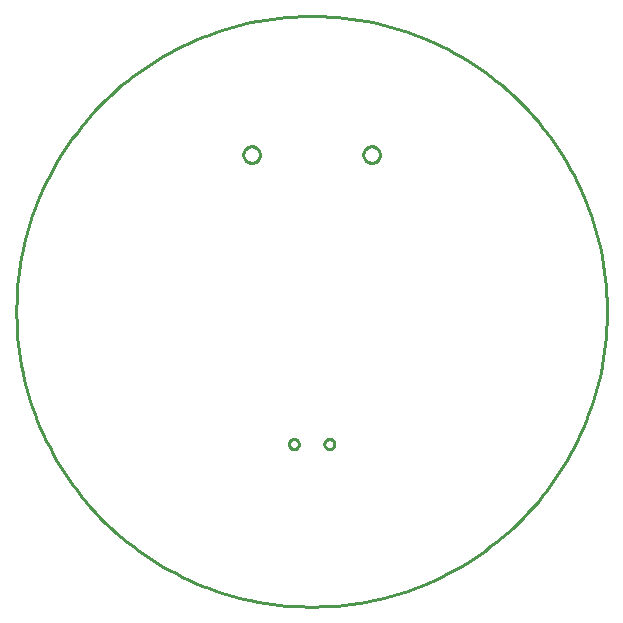
<source format=gbr>
G04 EAGLE Gerber RS-274X export*
G75*
%MOMM*%
%FSLAX34Y34*%
%LPD*%
%IN*%
%IPPOS*%
%AMOC8*
5,1,8,0,0,1.08239X$1,22.5*%
G01*
%ADD10C,0.254000*%


D10*
X250000Y-3068D02*
X250000Y3068D01*
X249849Y9203D01*
X249548Y15331D01*
X249097Y21451D01*
X248495Y27558D01*
X247744Y33648D01*
X246844Y39718D01*
X245795Y45763D01*
X244598Y51782D01*
X243253Y57769D01*
X241762Y63721D01*
X240126Y69635D01*
X238344Y75507D01*
X236420Y81334D01*
X234352Y87111D01*
X232144Y92836D01*
X229796Y98505D01*
X227309Y104115D01*
X224686Y109662D01*
X221927Y115143D01*
X219034Y120555D01*
X216009Y125894D01*
X212855Y131157D01*
X209572Y136342D01*
X206163Y141444D01*
X202630Y146461D01*
X198974Y151389D01*
X195199Y156227D01*
X191306Y160970D01*
X187298Y165616D01*
X183177Y170163D01*
X178946Y174607D01*
X174607Y178946D01*
X170163Y183177D01*
X165616Y187298D01*
X160970Y191306D01*
X156227Y195199D01*
X151389Y198974D01*
X146461Y202630D01*
X141444Y206163D01*
X136342Y209572D01*
X131157Y212855D01*
X125894Y216009D01*
X120555Y219034D01*
X115143Y221927D01*
X109662Y224686D01*
X104115Y227309D01*
X98505Y229796D01*
X92836Y232144D01*
X87111Y234352D01*
X81334Y236420D01*
X75507Y238344D01*
X69635Y240126D01*
X63721Y241762D01*
X57769Y243253D01*
X51782Y244598D01*
X45763Y245795D01*
X39718Y246844D01*
X33648Y247744D01*
X27558Y248495D01*
X21451Y249097D01*
X15331Y249548D01*
X9203Y249849D01*
X3068Y250000D01*
X-3068Y250000D01*
X-9203Y249849D01*
X-15331Y249548D01*
X-21451Y249097D01*
X-27558Y248495D01*
X-33648Y247744D01*
X-39718Y246844D01*
X-45763Y245795D01*
X-51782Y244598D01*
X-57769Y243253D01*
X-63721Y241762D01*
X-69635Y240126D01*
X-75507Y238344D01*
X-81334Y236420D01*
X-87111Y234352D01*
X-92836Y232144D01*
X-98505Y229796D01*
X-104115Y227309D01*
X-109662Y224686D01*
X-115143Y221927D01*
X-120555Y219034D01*
X-125894Y216009D01*
X-131157Y212855D01*
X-136342Y209572D01*
X-141444Y206163D01*
X-146461Y202630D01*
X-151389Y198974D01*
X-156227Y195199D01*
X-160970Y191306D01*
X-165616Y187298D01*
X-170163Y183177D01*
X-174607Y178946D01*
X-178946Y174607D01*
X-183177Y170163D01*
X-187298Y165616D01*
X-191306Y160970D01*
X-195199Y156227D01*
X-198974Y151389D01*
X-202630Y146461D01*
X-206163Y141444D01*
X-209572Y136342D01*
X-212855Y131157D01*
X-216009Y125894D01*
X-219034Y120555D01*
X-221927Y115143D01*
X-224686Y109662D01*
X-227309Y104115D01*
X-229796Y98505D01*
X-232144Y92836D01*
X-234352Y87111D01*
X-236420Y81334D01*
X-238344Y75507D01*
X-240126Y69635D01*
X-241762Y63721D01*
X-243253Y57769D01*
X-244598Y51782D01*
X-245795Y45763D01*
X-246844Y39718D01*
X-247744Y33648D01*
X-248495Y27558D01*
X-249097Y21451D01*
X-249548Y15331D01*
X-249849Y9203D01*
X-250000Y3068D01*
X-250000Y-3068D01*
X-249849Y-9203D01*
X-249548Y-15331D01*
X-249097Y-21451D01*
X-248495Y-27558D01*
X-247744Y-33648D01*
X-246844Y-39718D01*
X-245795Y-45763D01*
X-244598Y-51782D01*
X-243253Y-57769D01*
X-241762Y-63721D01*
X-240126Y-69635D01*
X-238344Y-75507D01*
X-236420Y-81334D01*
X-234352Y-87111D01*
X-232144Y-92836D01*
X-229796Y-98505D01*
X-227309Y-104115D01*
X-224686Y-109662D01*
X-221927Y-115143D01*
X-219034Y-120555D01*
X-216009Y-125894D01*
X-212855Y-131157D01*
X-209572Y-136342D01*
X-206163Y-141444D01*
X-202630Y-146461D01*
X-198974Y-151389D01*
X-195199Y-156227D01*
X-191306Y-160970D01*
X-187298Y-165616D01*
X-183177Y-170163D01*
X-178946Y-174607D01*
X-174607Y-178946D01*
X-170163Y-183177D01*
X-165616Y-187298D01*
X-160970Y-191306D01*
X-156227Y-195199D01*
X-151389Y-198974D01*
X-146461Y-202630D01*
X-141444Y-206163D01*
X-136342Y-209572D01*
X-131157Y-212855D01*
X-125894Y-216009D01*
X-120555Y-219034D01*
X-115143Y-221927D01*
X-109662Y-224686D01*
X-104115Y-227309D01*
X-98505Y-229796D01*
X-92836Y-232144D01*
X-87111Y-234352D01*
X-81334Y-236420D01*
X-75507Y-238344D01*
X-69635Y-240126D01*
X-63721Y-241762D01*
X-57769Y-243253D01*
X-51782Y-244598D01*
X-45763Y-245795D01*
X-39718Y-246844D01*
X-33648Y-247744D01*
X-27558Y-248495D01*
X-21451Y-249097D01*
X-15331Y-249548D01*
X-9203Y-249849D01*
X-3068Y-250000D01*
X3068Y-250000D01*
X9203Y-249849D01*
X15331Y-249548D01*
X21451Y-249097D01*
X27558Y-248495D01*
X33648Y-247744D01*
X39718Y-246844D01*
X45763Y-245795D01*
X51782Y-244598D01*
X57769Y-243253D01*
X63721Y-241762D01*
X69635Y-240126D01*
X75507Y-238344D01*
X81334Y-236420D01*
X87111Y-234352D01*
X92836Y-232144D01*
X98505Y-229796D01*
X104115Y-227309D01*
X109662Y-224686D01*
X115143Y-221927D01*
X120555Y-219034D01*
X125894Y-216009D01*
X131157Y-212855D01*
X136342Y-209572D01*
X141444Y-206163D01*
X146461Y-202630D01*
X151389Y-198974D01*
X156227Y-195199D01*
X160970Y-191306D01*
X165616Y-187298D01*
X170163Y-183177D01*
X174607Y-178946D01*
X178946Y-174607D01*
X183177Y-170163D01*
X187298Y-165616D01*
X191306Y-160970D01*
X195199Y-156227D01*
X198974Y-151389D01*
X202630Y-146461D01*
X206163Y-141444D01*
X209572Y-136342D01*
X212855Y-131157D01*
X216009Y-125894D01*
X219034Y-120555D01*
X221927Y-115143D01*
X224686Y-109662D01*
X227309Y-104115D01*
X229796Y-98505D01*
X232144Y-92836D01*
X234352Y-87111D01*
X236420Y-81334D01*
X238344Y-75507D01*
X240126Y-69635D01*
X241762Y-63721D01*
X243253Y-57769D01*
X244598Y-51782D01*
X245795Y-45763D01*
X246844Y-39718D01*
X247744Y-33648D01*
X248495Y-27558D01*
X249097Y-21451D01*
X249548Y-15331D01*
X249849Y-9203D01*
X250000Y-3068D01*
X43800Y133044D02*
X43867Y133728D01*
X44002Y134403D01*
X44201Y135061D01*
X44464Y135697D01*
X44789Y136303D01*
X45171Y136875D01*
X45607Y137407D01*
X46093Y137893D01*
X46625Y138329D01*
X47197Y138711D01*
X47804Y139036D01*
X48439Y139299D01*
X49097Y139498D01*
X49772Y139633D01*
X50456Y139700D01*
X51144Y139700D01*
X51828Y139633D01*
X52503Y139498D01*
X53161Y139299D01*
X53797Y139036D01*
X54403Y138711D01*
X54975Y138329D01*
X55507Y137893D01*
X55993Y137407D01*
X56429Y136875D01*
X56811Y136303D01*
X57136Y135697D01*
X57399Y135061D01*
X57598Y134403D01*
X57733Y133728D01*
X57800Y133044D01*
X57800Y132356D01*
X57733Y131672D01*
X57598Y130997D01*
X57399Y130339D01*
X57136Y129704D01*
X56811Y129097D01*
X56429Y128525D01*
X55993Y127993D01*
X55507Y127507D01*
X54975Y127071D01*
X54403Y126689D01*
X53797Y126364D01*
X53161Y126101D01*
X52503Y125902D01*
X51828Y125767D01*
X51144Y125700D01*
X50456Y125700D01*
X49772Y125767D01*
X49097Y125902D01*
X48439Y126101D01*
X47804Y126364D01*
X47197Y126689D01*
X46625Y127071D01*
X46093Y127507D01*
X45607Y127993D01*
X45171Y128525D01*
X44789Y129097D01*
X44464Y129704D01*
X44201Y130339D01*
X44002Y130997D01*
X43867Y131672D01*
X43800Y132356D01*
X43800Y133044D01*
X-57800Y133044D02*
X-57733Y133728D01*
X-57598Y134403D01*
X-57399Y135061D01*
X-57136Y135697D01*
X-56811Y136303D01*
X-56429Y136875D01*
X-55993Y137407D01*
X-55507Y137893D01*
X-54975Y138329D01*
X-54403Y138711D01*
X-53797Y139036D01*
X-53161Y139299D01*
X-52503Y139498D01*
X-51828Y139633D01*
X-51144Y139700D01*
X-50456Y139700D01*
X-49772Y139633D01*
X-49097Y139498D01*
X-48439Y139299D01*
X-47804Y139036D01*
X-47197Y138711D01*
X-46625Y138329D01*
X-46093Y137893D01*
X-45607Y137407D01*
X-45171Y136875D01*
X-44789Y136303D01*
X-44464Y135697D01*
X-44201Y135061D01*
X-44002Y134403D01*
X-43867Y133728D01*
X-43800Y133044D01*
X-43800Y132356D01*
X-43867Y131672D01*
X-44002Y130997D01*
X-44201Y130339D01*
X-44464Y129704D01*
X-44789Y129097D01*
X-45171Y128525D01*
X-45607Y127993D01*
X-46093Y127507D01*
X-46625Y127071D01*
X-47197Y126689D01*
X-47804Y126364D01*
X-48439Y126101D01*
X-49097Y125902D01*
X-49772Y125767D01*
X-50456Y125700D01*
X-51144Y125700D01*
X-51828Y125767D01*
X-52503Y125902D01*
X-53161Y126101D01*
X-53797Y126364D01*
X-54403Y126689D01*
X-54975Y127071D01*
X-55507Y127507D01*
X-55993Y127993D01*
X-56429Y128525D01*
X-56811Y129097D01*
X-57136Y129704D01*
X-57399Y130339D01*
X-57598Y130997D01*
X-57733Y131672D01*
X-57800Y132356D01*
X-57800Y133044D01*
X19250Y-112679D02*
X19177Y-113231D01*
X19033Y-113769D01*
X18820Y-114284D01*
X18541Y-114766D01*
X18202Y-115208D01*
X17808Y-115602D01*
X17366Y-115941D01*
X16884Y-116220D01*
X16369Y-116433D01*
X15831Y-116577D01*
X15279Y-116650D01*
X14721Y-116650D01*
X14169Y-116577D01*
X13631Y-116433D01*
X13116Y-116220D01*
X12634Y-115941D01*
X12192Y-115602D01*
X11798Y-115208D01*
X11459Y-114766D01*
X11180Y-114284D01*
X10967Y-113769D01*
X10823Y-113231D01*
X10750Y-112679D01*
X10750Y-112121D01*
X10823Y-111569D01*
X10967Y-111031D01*
X11180Y-110516D01*
X11459Y-110034D01*
X11798Y-109592D01*
X12192Y-109198D01*
X12634Y-108859D01*
X13116Y-108580D01*
X13631Y-108367D01*
X14169Y-108223D01*
X14721Y-108150D01*
X15279Y-108150D01*
X15831Y-108223D01*
X16369Y-108367D01*
X16884Y-108580D01*
X17366Y-108859D01*
X17808Y-109198D01*
X18202Y-109592D01*
X18541Y-110034D01*
X18820Y-110516D01*
X19033Y-111031D01*
X19177Y-111569D01*
X19250Y-112121D01*
X19250Y-112679D01*
X-10750Y-112679D02*
X-10823Y-113231D01*
X-10967Y-113769D01*
X-11180Y-114284D01*
X-11459Y-114766D01*
X-11798Y-115208D01*
X-12192Y-115602D01*
X-12634Y-115941D01*
X-13116Y-116220D01*
X-13631Y-116433D01*
X-14169Y-116577D01*
X-14721Y-116650D01*
X-15279Y-116650D01*
X-15831Y-116577D01*
X-16369Y-116433D01*
X-16884Y-116220D01*
X-17366Y-115941D01*
X-17808Y-115602D01*
X-18202Y-115208D01*
X-18541Y-114766D01*
X-18820Y-114284D01*
X-19033Y-113769D01*
X-19177Y-113231D01*
X-19250Y-112679D01*
X-19250Y-112121D01*
X-19177Y-111569D01*
X-19033Y-111031D01*
X-18820Y-110516D01*
X-18541Y-110034D01*
X-18202Y-109592D01*
X-17808Y-109198D01*
X-17366Y-108859D01*
X-16884Y-108580D01*
X-16369Y-108367D01*
X-15831Y-108223D01*
X-15279Y-108150D01*
X-14721Y-108150D01*
X-14169Y-108223D01*
X-13631Y-108367D01*
X-13116Y-108580D01*
X-12634Y-108859D01*
X-12192Y-109198D01*
X-11798Y-109592D01*
X-11459Y-110034D01*
X-11180Y-110516D01*
X-10967Y-111031D01*
X-10823Y-111569D01*
X-10750Y-112121D01*
X-10750Y-112679D01*
M02*

</source>
